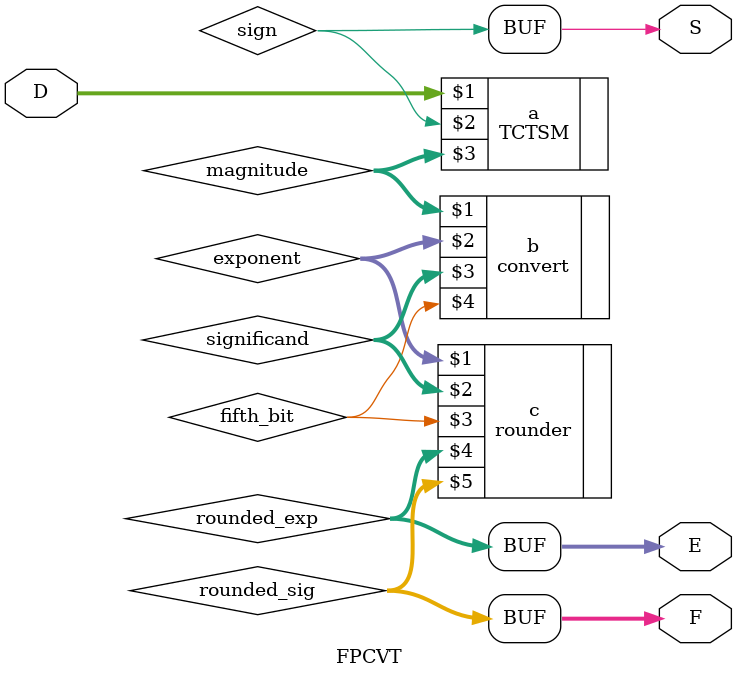
<source format=v>
`include "TCTSM.v"
`include "convert.v"
`include "rounder.v"
module FPCVT(
    input [11:0] D, // linear encoding (two's complement)
    output S,
    output [2:0] E,
    output [3:0] F
);

wire sign;
wire [10:0] magnitude;
wire [ 2:0] exponent;
wire [ 3:0] significand;
wire fifth_bit;

wire [2:0] rounded_exp;
wire [3:0] rounded_sig;

  TCTSM a(D, sign, magnitude);
convert b(magnitude, exponent, significand, fifth_bit);
rounder c(exponent, significand, fifth_bit, rounded_exp, rounded_sig);

assign S = sign;
assign E = rounded_exp;
assign F = rounded_sig;

endmodule

</source>
